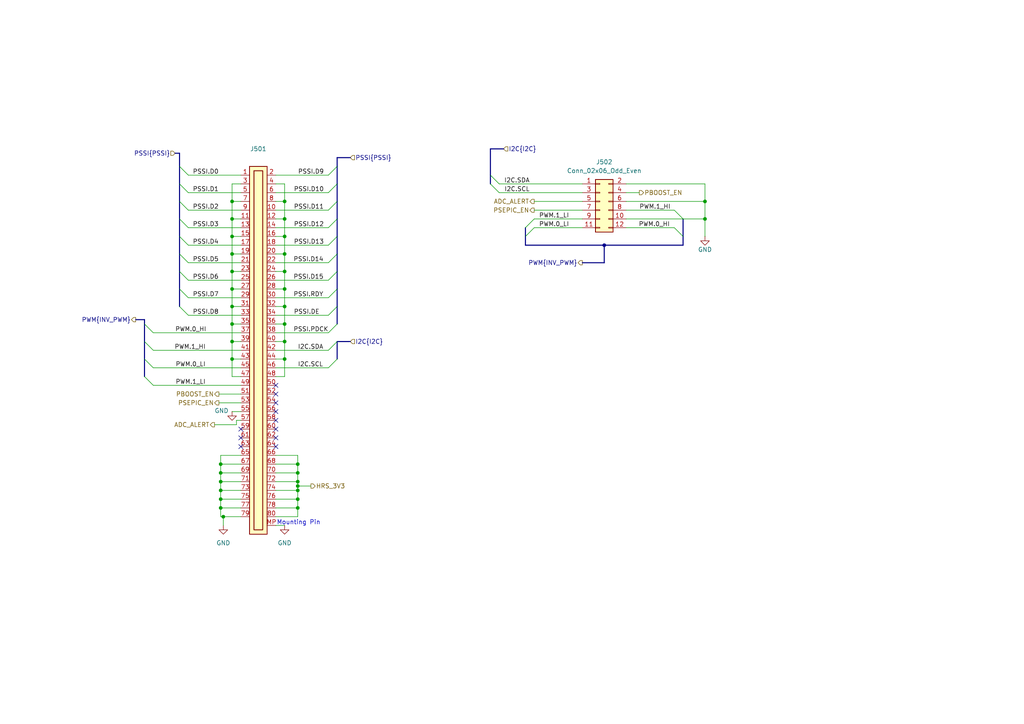
<source format=kicad_sch>
(kicad_sch (version 20250114) (generator "eeschema") (generator_version "9.0")
  (paper "A4")
  (lib_symbols
    (symbol "Connector_Generic:Conn_02x06_Odd_Even" (pin_names (offset 1.016) (hide yes))
      (property "Reference" "J" (at 1.27 7.62 0))
      (property "Value" "Conn_02x06_Odd_Even" (at 1.27 -10.16 0))
      (symbol "Conn_02x06_Odd_Even_1_1"
        (rectangle (start -1.27 6.35) (end 3.81 -8.89) (stroke (width 0.254)) (fill (type background)))
        (rectangle (start -1.27 5.207) (end 0 4.953) (stroke (width 0.1524)))
        (rectangle (start -1.27 2.667) (end 0 2.413) (stroke (width 0.1524)))
        (rectangle (start -1.27 0.127) (end 0 -0.127) (stroke (width 0.1524)))
        (rectangle (start -1.27 -2.413) (end 0 -2.667) (stroke (width 0.1524)))
        (rectangle (start -1.27 -4.953) (end 0 -5.207) (stroke (width 0.1524)))
        (rectangle (start -1.27 -7.493) (end 0 -7.747) (stroke (width 0.1524)))
        (rectangle (start 3.81 5.207) (end 2.54 4.953) (stroke (width 0.1524)))
        (rectangle (start 3.81 2.667) (end 2.54 2.413) (stroke (width 0.1524)))
        (rectangle (start 3.81 0.127) (end 2.54 -0.127) (stroke (width 0.1524)))
        (rectangle (start 3.81 -2.413) (end 2.54 -2.667) (stroke (width 0.1524)))
        (rectangle (start 3.81 -4.953) (end 2.54 -5.207) (stroke (width 0.1524)))
        (rectangle (start 3.81 -7.493) (end 2.54 -7.747) (stroke (width 0.1524)))
        (pin passive line (at -5.08 5.08 0) (length 3.81) (name "Pin_1") (number "1"))
        (pin passive line (at -5.08 2.54 0) (length 3.81) (name "Pin_3") (number "3"))
        (pin passive line (at -5.08 0 0) (length 3.81) (name "Pin_5") (number "5"))
        (pin passive line (at -5.08 -2.54 0) (length 3.81) (name "Pin_7") (number "7"))
        (pin passive line (at -5.08 -5.08 0) (length 3.81) (name "Pin_9") (number "9"))
        (pin passive line (at -5.08 -7.62 0) (length 3.81) (name "Pin_11") (number "11"))
        (pin passive line (at 7.62 5.08 180) (length 3.81) (name "Pin_2") (number "2"))
        (pin passive line (at 7.62 2.54 180) (length 3.81) (name "Pin_4") (number "4"))
        (pin passive line (at 7.62 0 180) (length 3.81) (name "Pin_6") (number "6"))
        (pin passive line (at 7.62 -2.54 180) (length 3.81) (name "Pin_8") (number "8"))
        (pin passive line (at 7.62 -5.08 180) (length 3.81) (name "Pin_10") (number "10"))
        (pin passive line (at 7.62 -7.62 180) (length 3.81) (name "Pin_12") (number "12"))
      )
    )
    (symbol "iw-connector:Plug_Hirose_DF40_2x40_DF40C-80DP-0.4V" (pin_names (hide yes))
      (property "Reference" "J" (at 25.4 0 0))
      (property "MPN" "DF40C-80DP-0.4V(51)" (at 25.4 -2.54 0))
      (symbol "Plug_Hirose_DF40_2x40_DF40C-80DP-0.4V_1_1"
        (rectangle (start 2.54 2.54) (end 7.62 -104.14) (stroke (width 0.254)) (fill (type background)))
        (rectangle (start 3.81 1.27) (end 6.35 -102.87) (stroke (width 0.254)) (fill (type background)))
        (pin passive line (at 0 0 0) (length 2.54) (name "~") (number "1"))
        (pin passive line (at 0 -2.54 0) (length 2.54) (name "~") (number "3"))
        (pin passive line (at 0 -5.08 0) (length 2.54) (name "~") (number "5"))
        (pin passive line (at 0 -7.62 0) (length 2.54) (name "~") (number "7"))
        (pin passive line (at 0 -10.16 0) (length 2.54) (name "~") (number "9"))
        (pin passive line (at 0 -12.7 0) (length 2.54) (name "~") (number "11"))
        (pin passive line (at 0 -15.24 0) (length 2.54) (name "~") (number "13"))
        (pin passive line (at 0 -17.78 0) (length 2.54) (name "~") (number "15"))
        (pin passive line (at 0 -20.32 0) (length 2.54) (name "~") (number "17"))
        (pin passive line (at 0 -22.86 0) (length 2.54) (name "~") (number "19"))
        (pin passive line (at 0 -25.4 0) (length 2.54) (name "~") (number "21"))
        (pin passive line (at 0 -27.94 0) (length 2.54) (name "~") (number "23"))
        (pin passive line (at 0 -30.48 0) (length 2.54) (name "~") (number "25"))
        (pin passive line (at 0 -33.02 0) (length 2.54) (name "~") (number "27"))
        (pin passive line (at 0 -35.56 0) (length 2.54) (name "~") (number "29"))
        (pin passive line (at 0 -38.1 0) (length 2.54) (name "~") (number "31"))
        (pin passive line (at 0 -40.64 0) (length 2.54) (name "~") (number "33"))
        (pin passive line (at 0 -43.18 0) (length 2.54) (name "~") (number "35"))
        (pin passive line (at 0 -45.72 0) (length 2.54) (name "~") (number "37"))
        (pin passive line (at 0 -48.26 0) (length 2.54) (name "~") (number "39"))
        (pin passive line (at 0 -50.8 0) (length 2.54) (name "~") (number "41"))
        (pin passive line (at 0 -53.34 0) (length 2.54) (name "~") (number "43"))
        (pin passive line (at 0 -55.88 0) (length 2.54) (name "~") (number "45"))
        (pin passive line (at 0 -58.42 0) (length 2.54) (name "~") (number "47"))
        (pin passive line (at 0 -60.96 0) (length 2.54) (name "~") (number "49"))
        (pin passive line (at 0 -63.5 0) (length 2.54) (name "~") (number "51"))
        (pin passive line (at 0 -66.04 0) (length 2.54) (name "~") (number "53"))
        (pin passive line (at 0 -68.58 0) (length 2.54) (name "~") (number "55"))
        (pin passive line (at 0 -71.12 0) (length 2.54) (name "~") (number "57"))
        (pin passive line (at 0 -73.66 0) (length 2.54) (name "~") (number "59"))
        (pin passive line (at 0 -76.2 0) (length 2.54) (name "~") (number "61"))
        (pin passive line (at 0 -78.74 0) (length 2.54) (name "~") (number "63"))
        (pin passive line (at 0 -81.28 0) (length 2.54) (name "~") (number "65"))
        (pin passive line (at 0 -83.82 0) (length 2.54) (name "~") (number "67"))
        (pin passive line (at 0 -86.36 0) (length 2.54) (name "~") (number "69"))
        (pin passive line (at 0 -88.9 0) (length 2.54) (name "~") (number "71"))
        (pin passive line (at 0 -91.44 0) (length 2.54) (name "~") (number "73"))
        (pin passive line (at 0 -93.98 0) (length 2.54) (name "~") (number "75"))
        (pin passive line (at 0 -96.52 0) (length 2.54) (name "~") (number "77"))
        (pin passive line (at 0 -99.06 0) (length 2.54) (name "~") (number "79"))
        (pin passive line (at 10.16 0 180) (length 2.54) (name "~") (number "2"))
        (pin passive line (at 10.16 -2.54 180) (length 2.54) (name "~") (number "4"))
        (pin passive line (at 10.16 -5.08 180) (length 2.54) (name "~") (number "6"))
        (pin passive line (at 10.16 -7.62 180) (length 2.54) (name "~") (number "8"))
        (pin passive line (at 10.16 -10.16 180) (length 2.54) (name "~") (number "10"))
        (pin passive line (at 10.16 -12.7 180) (length 2.54) (name "~") (number "12"))
        (pin passive line (at 10.16 -15.24 180) (length 2.54) (name "~") (number "14"))
        (pin passive line (at 10.16 -17.78 180) (length 2.54) (name "~") (number "16"))
        (pin passive line (at 10.16 -20.32 180) (length 2.54) (name "~") (number "18"))
        (pin passive line (at 10.16 -22.86 180) (length 2.54) (name "~") (number "20"))
        (pin passive line (at 10.16 -25.4 180) (length 2.54) (name "~") (number "22"))
        (pin passive line (at 10.16 -27.94 180) (length 2.54) (name "~") (number "24"))
        (pin passive line (at 10.16 -30.48 180) (length 2.54) (name "~") (number "26"))
        (pin passive line (at 10.16 -33.02 180) (length 2.54) (name "~") (number "28"))
        (pin passive line (at 10.16 -35.56 180) (length 2.54) (name "~") (number "30"))
        (pin passive line (at 10.16 -38.1 180) (length 2.54) (name "~") (number "32"))
        (pin passive line (at 10.16 -40.64 180) (length 2.54) (name "~") (number "34"))
        (pin passive line (at 10.16 -43.18 180) (length 2.54) (name "~") (number "36"))
        (pin passive line (at 10.16 -45.72 180) (length 2.54) (name "~") (number "38"))
        (pin passive line (at 10.16 -48.26 180) (length 2.54) (name "~") (number "40"))
        (pin passive line (at 10.16 -50.8 180) (length 2.54) (name "~") (number "42"))
        (pin passive line (at 10.16 -53.34 180) (length 2.54) (name "~") (number "44"))
        (pin passive line (at 10.16 -55.88 180) (length 2.54) (name "~") (number "46"))
        (pin passive line (at 10.16 -58.42 180) (length 2.54) (name "~") (number "48"))
        (pin passive line (at 10.16 -60.96 180) (length 2.54) (name "~") (number "50"))
        (pin passive line (at 10.16 -63.5 180) (length 2.54) (name "~") (number "52"))
        (pin passive line (at 10.16 -66.04 180) (length 2.54) (name "~") (number "54"))
        (pin passive line (at 10.16 -68.58 180) (length 2.54) (name "~") (number "56"))
        (pin passive line (at 10.16 -71.12 180) (length 2.54) (name "~") (number "58"))
        (pin passive line (at 10.16 -73.66 180) (length 2.54) (name "~") (number "60"))
        (pin passive line (at 10.16 -76.2 180) (length 2.54) (name "~") (number "62"))
        (pin passive line (at 10.16 -78.74 180) (length 2.54) (name "~") (number "64"))
        (pin passive line (at 10.16 -81.28 180) (length 2.54) (name "~") (number "66"))
        (pin passive line (at 10.16 -83.82 180) (length 2.54) (name "~") (number "68"))
        (pin passive line (at 10.16 -86.36 180) (length 2.54) (name "~") (number "70"))
        (pin passive line (at 10.16 -88.9 180) (length 2.54) (name "~") (number "72"))
        (pin passive line (at 10.16 -91.44 180) (length 2.54) (name "~") (number "74"))
        (pin passive line (at 10.16 -93.98 180) (length 2.54) (name "~") (number "76"))
        (pin passive line (at 10.16 -96.52 180) (length 2.54) (name "~") (number "78"))
        (pin passive line (at 10.16 -99.06 180) (length 2.54) (name "~") (number "80"))
        (pin passive line (at 10.16 -101.6 180) (length 2.54) (name "MP") (number "MP"))
      )
    )
    (symbol "power:GND" (power) (pin_numbers (hide yes)) (pin_names (offset 0) (hide yes))
      (property "Value" "GND" (at 0 -3.81 0))
      (symbol "GND_0_1"
        (polyline (pts (xy 0 0) (xy 0 -1.27) (xy 1.27 -1.27) (xy 0 -2.54) (xy -1.27 -1.27) (xy 0 -1.27)))
      )
      (symbol "GND_1_1"
        (pin power_in line (at 0 0 270) (length 0) (name "~") (number "1"))
      )
    )
  )
  (bus_alias "INV_PWM" (members "0_LI" "0_HI" "1_LI" "1_HI"))
  (text "Mounting Pin" (at 86.614 151.638 0) (effects (font (size 1.27 1.27))))
  (junction (at 204.47 63.5))
  (junction (at 204.47 58.42))
  (junction (at 82.55 83.82))
  (junction (at 82.55 58.42))
  (junction (at 67.31 104.14))
  (junction (at 64.77 149.86))
  (junction (at 67.31 63.5))
  (junction (at 86.36 140.97))
  (junction (at 64.008 142.24))
  (junction (at 67.31 78.74))
  (junction (at 82.55 88.9))
  (junction (at 86.36 139.7))
  (junction (at 64.008 147.32))
  (junction (at 86.36 147.32))
  (junction (at 64.008 137.16))
  (junction (at 67.31 73.66))
  (junction (at 67.31 99.06))
  (junction (at 86.36 134.62))
  (junction (at 82.55 68.58))
  (junction (at 82.55 104.14))
  (junction (at 67.31 83.82))
  (junction (at 86.36 137.16))
  (junction (at 82.55 93.98))
  (junction (at 67.31 88.9))
  (junction (at 64.008 144.78))
  (junction (at 82.55 99.06))
  (junction (at 67.31 93.98))
  (junction (at 175.26 71.12))
  (junction (at 82.55 73.66))
  (junction (at 64.008 134.62))
  (junction (at 86.36 144.78))
  (junction (at 86.36 142.24))
  (junction (at 82.55 63.5))
  (junction (at 67.31 68.58))
  (junction (at 82.55 78.74))
  (junction (at 67.31 58.42))
  (junction (at 64.008 139.7))
  (no_connect (at 80.01 129.54))
  (no_connect (at 69.85 124.46))
  (no_connect (at 69.85 127))
  (no_connect (at 80.01 127))
  (no_connect (at 69.85 129.54))
  (no_connect (at 80.01 111.76))
  (no_connect (at 80.01 121.92))
  (no_connect (at 80.01 124.46))
  (no_connect (at 80.01 114.3))
  (no_connect (at 80.01 119.38))
  (no_connect (at 80.01 116.84))
  (bus_entry (at 97.79 99.06) (size -2.54 2.54))
  (bus_entry (at 142.24 53.34) (size 2.54 2.54))
  (bus_entry (at 52.07 48.26) (size 2.54 2.54))
  (bus_entry (at 52.07 73.66) (size 2.54 2.54))
  (bus_entry (at 52.07 83.82) (size 2.54 2.54))
  (bus_entry (at 41.91 93.98) (size 2.54 2.54))
  (bus_entry (at 97.79 88.9) (size -2.54 2.54))
  (bus_entry (at 52.07 88.9) (size 2.54 2.54))
  (bus_entry (at 97.79 63.5) (size -2.54 2.54))
  (bus_entry (at 198.12 68.58) (size -2.54 -2.54))
  (bus_entry (at 97.79 48.26) (size -2.54 2.54))
  (bus_entry (at 152.4 68.58) (size 2.54 -2.54))
  (bus_entry (at 97.79 73.66) (size -2.54 2.54))
  (bus_entry (at 44.45 111.76) (size -2.54 -2.54))
  (bus_entry (at 97.79 53.34) (size -2.54 2.54))
  (bus_entry (at 97.79 104.14) (size -2.54 2.54))
  (bus_entry (at 52.07 68.58) (size 2.54 2.54))
  (bus_entry (at 52.07 58.42) (size 2.54 2.54))
  (bus_entry (at 52.07 78.74) (size 2.54 2.54))
  (bus_entry (at 142.24 50.8) (size 2.54 2.54))
  (bus_entry (at 41.91 104.14) (size 2.54 2.54))
  (bus_entry (at 44.45 101.6) (size -2.54 -2.54))
  (bus_entry (at 97.79 58.42) (size -2.54 2.54))
  (bus_entry (at 195.58 60.96) (size 2.54 2.54))
  (bus_entry (at 97.79 78.74) (size -2.54 2.54))
  (bus_entry (at 97.79 83.82) (size -2.54 2.54))
  (bus_entry (at 97.79 68.58) (size -2.54 2.54))
  (bus_entry (at 52.07 63.5) (size 2.54 2.54))
  (bus_entry (at 154.94 63.5) (size -2.54 2.54))
  (bus_entry (at 52.07 53.34) (size 2.54 2.54))
  (bus_entry (at 97.79 93.98) (size -2.54 2.54))
  (wire (pts (xy 82.55 83.82) (xy 82.55 88.9)))
  (wire (pts (xy 67.31 73.66) (xy 69.85 73.66)))
  (wire (pts (xy 95.25 76.2) (xy 80.01 76.2)))
  (wire (pts (xy 67.31 58.42) (xy 67.31 63.5)))
  (wire (pts (xy 64.77 149.86) (xy 69.85 149.86)))
  (wire (pts (xy 64.008 144.78) (xy 64.008 147.32)))
  (wire (pts (xy 68.58 123.19) (xy 68.58 121.92)))
  (wire (pts (xy 95.25 81.28) (xy 80.01 81.28)))
  (wire (pts (xy 69.85 109.22) (xy 67.31 109.22)))
  (wire (pts (xy 80.01 106.68) (xy 95.25 106.68)))
  (bus (pts (xy 52.07 78.74) (xy 52.07 83.82)))
  (wire (pts (xy 64.008 132.08) (xy 64.008 134.62)))
  (wire (pts (xy 154.94 66.04) (xy 168.91 66.04)))
  (wire (pts (xy 80.01 132.08) (xy 86.36 132.08)))
  (wire (pts (xy 67.31 88.9) (xy 67.31 93.98)))
  (wire (pts (xy 204.47 58.42) (xy 204.47 63.5)))
  (wire (pts (xy 82.55 78.74) (xy 82.55 73.66)))
  (wire (pts (xy 80.01 88.9) (xy 82.55 88.9)))
  (bus (pts (xy 52.07 58.42) (xy 52.07 63.5)))
  (wire (pts (xy 80.01 101.6) (xy 95.25 101.6)))
  (bus (pts (xy 52.07 83.82) (xy 52.07 88.9)))
  (wire (pts (xy 80.01 83.82) (xy 82.55 83.82)))
  (wire (pts (xy 82.55 73.66) (xy 82.55 68.58)))
  (wire (pts (xy 67.31 68.58) (xy 69.85 68.58)))
  (bus (pts (xy 152.4 71.12) (xy 152.4 68.58)))
  (wire (pts (xy 67.31 53.34) (xy 67.31 58.42)))
  (wire (pts (xy 54.61 55.88) (xy 69.85 55.88)))
  (bus (pts (xy 152.4 68.58) (xy 152.4 66.04)))
  (wire (pts (xy 54.61 76.2) (xy 69.85 76.2)))
  (wire (pts (xy 67.31 104.14) (xy 67.31 99.06)))
  (wire (pts (xy 64.008 137.16) (xy 64.008 139.7)))
  (wire (pts (xy 44.45 111.76) (xy 69.85 111.76)))
  (wire (pts (xy 67.31 78.74) (xy 67.31 83.82)))
  (bus (pts (xy 198.12 71.12) (xy 198.12 68.58)))
  (wire (pts (xy 82.55 93.98) (xy 82.55 99.06)))
  (wire (pts (xy 64.008 142.24) (xy 64.008 144.78)))
  (wire (pts (xy 80.01 96.52) (xy 95.25 96.52)))
  (bus (pts (xy 97.79 99.06) (xy 101.6 99.06)))
  (wire (pts (xy 181.61 60.96) (xy 195.58 60.96)))
  (wire (pts (xy 80.01 63.5) (xy 82.55 63.5)))
  (wire (pts (xy 82.55 109.22) (xy 82.55 104.14)))
  (wire (pts (xy 185.42 55.88) (xy 181.61 55.88)))
  (wire (pts (xy 44.45 106.68) (xy 69.85 106.68)))
  (bus (pts (xy 97.79 63.5) (xy 97.79 68.58)))
  (wire (pts (xy 154.94 58.42) (xy 168.91 58.42)))
  (bus (pts (xy 97.79 88.9) (xy 97.79 93.98)))
  (wire (pts (xy 181.61 58.42) (xy 204.47 58.42)))
  (wire (pts (xy 64.008 137.16) (xy 69.85 137.16)))
  (wire (pts (xy 204.47 53.34) (xy 204.47 58.42)))
  (bus (pts (xy 142.24 43.18) (xy 146.05 43.18)))
  (wire (pts (xy 144.78 53.34) (xy 168.91 53.34)))
  (wire (pts (xy 80.01 73.66) (xy 82.55 73.66)))
  (wire (pts (xy 54.61 86.36) (xy 69.85 86.36)))
  (wire (pts (xy 67.31 119.38) (xy 69.85 119.38)))
  (wire (pts (xy 44.45 96.52) (xy 69.85 96.52)))
  (wire (pts (xy 181.61 63.5) (xy 198.12 63.5)))
  (wire (pts (xy 80.01 53.34) (xy 82.55 53.34)))
  (wire (pts (xy 64.008 139.7) (xy 69.85 139.7)))
  (wire (pts (xy 95.25 86.36) (xy 80.01 86.36)))
  (wire (pts (xy 80.01 93.98) (xy 82.55 93.98)))
  (wire (pts (xy 82.55 53.34) (xy 82.55 58.42)))
  (wire (pts (xy 67.31 68.58) (xy 67.31 73.66)))
  (wire (pts (xy 64.008 149.86) (xy 64.77 149.86)))
  (wire (pts (xy 144.78 55.88) (xy 168.91 55.88)))
  (wire (pts (xy 86.36 142.24) (xy 86.36 144.78)))
  (bus (pts (xy 97.79 78.74) (xy 97.79 83.82)))
  (bus (pts (xy 41.91 92.71) (xy 39.37 92.71)))
  (wire (pts (xy 67.31 83.82) (xy 69.85 83.82)))
  (bus (pts (xy 97.79 73.66) (xy 97.79 78.74)))
  (wire (pts (xy 54.61 71.12) (xy 69.85 71.12)))
  (wire (pts (xy 86.36 137.16) (xy 86.36 139.7)))
  (wire (pts (xy 44.45 101.6) (xy 69.85 101.6)))
  (wire (pts (xy 80.01 137.16) (xy 86.36 137.16)))
  (wire (pts (xy 63.5 114.3) (xy 69.85 114.3)))
  (wire (pts (xy 67.31 73.66) (xy 67.31 78.74)))
  (wire (pts (xy 67.31 109.22) (xy 67.31 104.14)))
  (wire (pts (xy 86.36 140.97) (xy 86.36 142.24)))
  (bus (pts (xy 52.07 53.34) (xy 52.07 58.42)))
  (bus (pts (xy 97.79 58.42) (xy 97.79 63.5)))
  (wire (pts (xy 86.36 139.7) (xy 86.36 140.97)))
  (bus (pts (xy 52.07 73.66) (xy 52.07 78.74)))
  (wire (pts (xy 64.008 149.86) (xy 64.008 147.32)))
  (bus (pts (xy 41.91 93.98) (xy 41.91 92.71)))
  (wire (pts (xy 68.58 121.92) (xy 69.85 121.92)))
  (wire (pts (xy 204.47 63.5) (xy 204.47 68.58)))
  (wire (pts (xy 64.77 149.86) (xy 64.77 152.4)))
  (bus (pts (xy 52.07 44.45) (xy 52.07 48.26)))
  (wire (pts (xy 80.01 139.7) (xy 86.36 139.7)))
  (wire (pts (xy 54.61 81.28) (xy 69.85 81.28)))
  (wire (pts (xy 86.36 132.08) (xy 86.36 134.62)))
  (wire (pts (xy 64.008 139.7) (xy 64.008 142.24)))
  (wire (pts (xy 181.61 66.04) (xy 195.58 66.04)))
  (wire (pts (xy 80.01 134.62) (xy 86.36 134.62)))
  (wire (pts (xy 67.31 93.98) (xy 69.85 93.98)))
  (wire (pts (xy 62.23 123.19) (xy 68.58 123.19)))
  (wire (pts (xy 95.25 50.8) (xy 80.01 50.8)))
  (bus (pts (xy 97.79 68.58) (xy 97.79 73.66)))
  (wire (pts (xy 54.61 50.8) (xy 69.85 50.8)))
  (wire (pts (xy 67.31 83.82) (xy 67.31 88.9)))
  (wire (pts (xy 54.61 60.96) (xy 69.85 60.96)))
  (bus (pts (xy 41.91 104.14) (xy 41.91 99.06)))
  (wire (pts (xy 86.36 149.86) (xy 86.36 147.32)))
  (wire (pts (xy 67.31 58.42) (xy 69.85 58.42)))
  (bus (pts (xy 198.12 63.5) (xy 198.12 68.58)))
  (bus (pts (xy 97.79 53.34) (xy 97.79 58.42)))
  (wire (pts (xy 80.01 149.86) (xy 86.36 149.86)))
  (bus (pts (xy 52.07 63.5) (xy 52.07 68.58)))
  (wire (pts (xy 69.85 99.06) (xy 67.31 99.06)))
  (wire (pts (xy 82.55 152.4) (xy 80.01 152.4)))
  (bus (pts (xy 97.79 83.82) (xy 97.79 88.9)))
  (wire (pts (xy 82.55 99.06) (xy 82.55 104.14)))
  (wire (pts (xy 95.25 60.96) (xy 80.01 60.96)))
  (wire (pts (xy 80.01 144.78) (xy 86.36 144.78)))
  (wire (pts (xy 82.55 78.74) (xy 82.55 83.82)))
  (bus (pts (xy 52.07 48.26) (xy 52.07 53.34)))
  (wire (pts (xy 80.01 142.24) (xy 86.36 142.24)))
  (bus (pts (xy 168.91 76.2) (xy 175.26 76.2)))
  (bus (pts (xy 50.8 44.45) (xy 52.07 44.45)))
  (wire (pts (xy 86.36 144.78) (xy 86.36 147.32)))
  (wire (pts (xy 86.36 140.97) (xy 90.17 140.97)))
  (wire (pts (xy 154.94 63.5) (xy 168.91 63.5)))
  (wire (pts (xy 67.31 99.06) (xy 67.31 93.98)))
  (bus (pts (xy 41.91 99.06) (xy 41.91 93.98)))
  (wire (pts (xy 80.01 58.42) (xy 82.55 58.42)))
  (bus (pts (xy 152.4 71.12) (xy 175.26 71.12)))
  (wire (pts (xy 54.61 66.04) (xy 69.85 66.04)))
  (wire (pts (xy 64.008 142.24) (xy 69.85 142.24)))
  (bus (pts (xy 41.91 104.14) (xy 41.91 109.22)))
  (wire (pts (xy 64.008 134.62) (xy 64.008 137.16)))
  (wire (pts (xy 67.31 88.9) (xy 69.85 88.9)))
  (wire (pts (xy 64.008 144.78) (xy 69.85 144.78)))
  (wire (pts (xy 95.25 71.12) (xy 80.01 71.12)))
  (bus (pts (xy 142.24 50.8) (xy 142.24 43.18)))
  (wire (pts (xy 198.12 63.5) (xy 204.47 63.5)))
  (bus (pts (xy 97.79 45.72) (xy 97.79 48.26)))
  (wire (pts (xy 86.36 134.62) (xy 86.36 137.16)))
  (wire (pts (xy 80.01 68.58) (xy 82.55 68.58)))
  (bus (pts (xy 97.79 99.06) (xy 97.79 104.14)))
  (wire (pts (xy 64.008 147.32) (xy 69.85 147.32)))
  (bus (pts (xy 97.79 53.34) (xy 97.79 48.26)))
  (wire (pts (xy 64.008 132.08) (xy 69.85 132.08)))
  (wire (pts (xy 69.85 104.14) (xy 67.31 104.14)))
  (wire (pts (xy 168.91 60.96) (xy 154.94 60.96)))
  (bus (pts (xy 175.26 76.2) (xy 175.26 71.12)))
  (wire (pts (xy 80.01 91.44) (xy 95.25 91.44)))
  (wire (pts (xy 95.25 66.04) (xy 80.01 66.04)))
  (wire (pts (xy 82.55 93.98) (xy 82.55 88.9)))
  (wire (pts (xy 64.008 134.62) (xy 69.85 134.62)))
  (wire (pts (xy 67.31 63.5) (xy 69.85 63.5)))
  (wire (pts (xy 67.31 78.74) (xy 69.85 78.74)))
  (wire (pts (xy 95.25 55.88) (xy 80.01 55.88)))
  (bus (pts (xy 101.6 45.72) (xy 97.79 45.72)))
  (bus (pts (xy 52.07 68.58) (xy 52.07 73.66)))
  (wire (pts (xy 80.01 78.74) (xy 82.55 78.74)))
  (wire (pts (xy 80.01 104.14) (xy 82.55 104.14)))
  (wire (pts (xy 69.85 53.34) (xy 67.31 53.34)))
  (wire (pts (xy 82.55 58.42) (xy 82.55 63.5)))
  (bus (pts (xy 175.26 71.12) (xy 198.12 71.12)))
  (wire (pts (xy 80.01 99.06) (xy 82.55 99.06)))
  (wire (pts (xy 67.31 63.5) (xy 67.31 68.58)))
  (wire (pts (xy 181.61 53.34) (xy 204.47 53.34)))
  (bus (pts (xy 142.24 50.8) (xy 142.24 53.34)))
  (wire (pts (xy 82.55 68.58) (xy 82.55 63.5)))
  (wire (pts (xy 80.01 147.32) (xy 86.36 147.32)))
  (wire (pts (xy 80.01 109.22) (xy 82.55 109.22)))
  (wire (pts (xy 63.5 116.84) (xy 69.85 116.84)))
  (wire (pts (xy 54.61 91.44) (xy 69.85 91.44)))
  (label "PWM.1_HI" (at 185.42 60.96 0))
  (label "PWM.0_LI" (at 59.69 106.68 180))
  (label "PWM.0_HI" (at 194.31 66.04 180))
  (label "I2C.SDA" (at 153.67 53.34 180))
  (label "PSSI.D3" (at 55.88 66.04 0))
  (label "PSSI.D15" (at 85.09 81.28 0))
  (label "PWM.0_LI" (at 165.1 66.04 180))
  (label "PSSI.D14" (at 85.09 76.2 0))
  (label "PSSI.D10" (at 93.98 55.88 180))
  (label "PWM.0_HI" (at 50.8 96.52 0))
  (label "PSSI.D0" (at 55.88 50.8 0))
  (label "PSSI.D6" (at 55.88 81.28 0))
  (label "PSSI.D11" (at 93.98 60.96 180))
  (label "PSSI.D12" (at 93.98 66.04 180))
  (label "PSSI.D1" (at 55.88 55.88 0))
  (label "PSSI.D13" (at 93.98 71.12 180))
  (label "I2C.SCL" (at 86.36 106.68 0))
  (label "PSSI.D9" (at 93.98 50.8 180))
  (label "PSSI.D5" (at 55.88 76.2 0))
  (label "PWM.1_HI" (at 59.69 101.6 180))
  (label "PSSI.PDCK" (at 85.09 96.52 0))
  (label "I2C.SCL" (at 153.67 55.88 180))
  (label "PSSI.D4" (at 55.88 71.12 0))
  (label "PSSI.D8" (at 55.88 91.44 0))
  (label "PSSI.D2" (at 55.88 60.96 0))
  (label "I2C.SDA" (at 86.36 101.6 0))
  (label "PSSI.RDY" (at 85.09 86.36 0))
  (label "PSSI.DE" (at 92.71 91.44 180))
  (label "PWM.1_LI" (at 165.1 63.5 180))
  (label "PSSI.D7" (at 55.88 86.36 0))
  (label "PWM.1_LI" (at 59.69 111.76 180))
  (hierarchical_label "PSSI{PSSI}" (shape input) (at 50.8 44.45 180))
  (hierarchical_label "HRS_3V3" (shape output) (at 90.17 140.97 0))
  (hierarchical_label "PSEPIC_EN" (shape output) (at 154.94 60.96 180))
  (hierarchical_label "ADC_ALERT" (shape output) (at 154.94 58.42 180))
  (hierarchical_label "PBOOST_EN" (shape output) (at 63.5 114.3 180))
  (hierarchical_label "PBOOST_EN" (shape output) (at 185.42 55.88 0))
  (hierarchical_label "PSSI{PSSI}" (shape input) (at 101.6 45.72 0))
  (hierarchical_label "PWM{INV_PWM}" (shape output) (at 39.37 92.71 180))
  (hierarchical_label "I2C{I2C}" (shape input) (at 101.6 99.06 0))
  (hierarchical_label "I2C{I2C}" (shape input) (at 146.05 43.18 0))
  (hierarchical_label "PWM{INV_PWM}" (shape output) (at 168.91 76.2 180))
  (hierarchical_label "PSEPIC_EN" (shape output) (at 63.5 116.84 180))
  (hierarchical_label "ADC_ALERT" (shape output) (at 62.23 123.19 180))
  (symbol (lib_id "power:GND") (at 204.47 68.58 0) (unit 1)
    (property "Reference" "#PWR0503" (effects (hide yes)))
    (property "Value" "GND" (at 204.47 72.39 0))
    (property "Description" "Power symbol creates a global label with name \"GND\" , ground" (effects (hide yes)))
  )
  (symbol (lib_id "power:GND") (at 82.55 152.4 0) (unit 1)
    (property "Reference" "#PWR0502" (effects (hide yes)))
    (property "Value" "GND" (at 82.55 157.48 0))
    (property "Description" "Power symbol creates a global label with name \"GND\" , ground" (effects (hide yes)))
  )
  (symbol (lib_id "iw-connector:Plug_Hirose_DF40_2x40_DF40C-80DP-0.4V") (at 69.85 50.8 0) (unit 1)
    (property "Reference" "J501" (at 74.93 43.18 0))
    (property "Value" "Plug_Hirose_DF40_2x40_DF40C-80DP-0.4V" (effects (hide yes)))
    (property "Footprint" "iw-connector:HRS_DF40C-80DP-0.4V(51)" (effects (hide yes)))
    (property "Datasheet" "https://jlcpcb.com/api/file/downloadByFileSystemAccessId/8588904382520045568" (effects (hide yes)))
    (property "Description" "Board to Board & Mezzanine Connectors 80P SMT HEADER NO FITTING, NO BOSS" (effects (hide yes)))
    (property "MPN" "DF40C-80DP-0.4V(51)" (effects (hide yes)))
    (property "Manufacturer" "Hirose Electric" (effects (hide yes)))
    (property "License" "Apache-2.0" (effects (hide yes)))
    (property "Author" "Antmicro" (effects (hide yes)))
    (property "Pitch" "0.4 mm" (effects (hide yes)))
    (property "LPN" "C294544" (effects (hide yes)))
  )
  (symbol (lib_id "power:GND") (at 67.31 119.38 0) (unit 1)
    (property "Reference" "#PWR0504" (effects (hide yes)))
    (property "Value" "GND" (at 64.262 119.126 0))
    (property "Description" "Power symbol creates a global label with name \"GND\" , ground" (effects (hide yes)))
  )
  (symbol (lib_id "Connector_Generic:Conn_02x06_Odd_Even") (at 173.99 58.42 0) (unit 1)
    (property "Reference" "J502" (at 175.26 46.99 0))
    (property "Value" "Conn_02x06_Odd_Even" (at 175.26 49.53 0))
    (property "Footprint" "Connector_PinSocket_2.54mm:PinSocket_2x06_P2.54mm_Vertical" (effects (hide yes)))
    (property "Datasheet" "https://jlcpcb.com/api/file/downloadByFileSystemAccessId/8588892461644566528" (effects (hide yes)))
    (property "Description" "Generic connector, double row, 02x06, odd/even pin numbering scheme (row 1 odd numbers, row 2 even numbers), script generated (kicad-library-utils/schlib/autogen/connector/)" (effects (hide yes)))
  )
  (symbol (lib_id "power:GND") (at 64.77 152.4 0) (unit 1)
    (property "Reference" "#PWR0501" (effects (hide yes)))
    (property "Value" "GND" (at 64.77 157.48 0))
    (property "Description" "Power symbol creates a global label with name \"GND\" , ground" (effects (hide yes)))
  )
)
</source>
